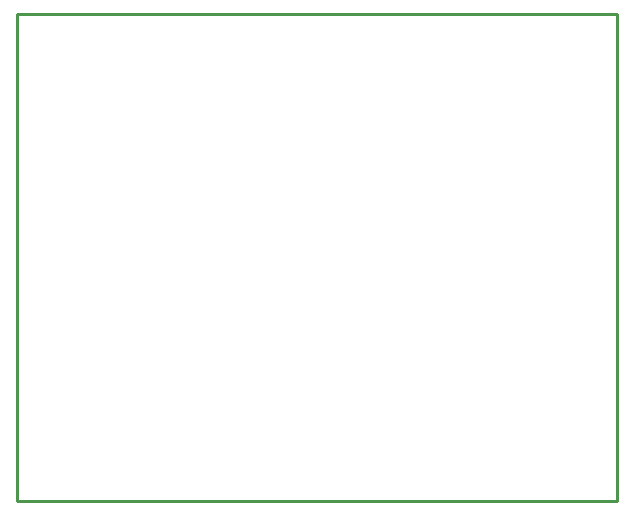
<source format=gm1>
%FSLAX44Y44*%
%MOMM*%
G71*
G01*
G75*
G04 Layer_Color=16711935*
%ADD10R,0.8000X0.3250*%
%ADD11R,0.3250X0.8000*%
%ADD12R,2.8000X2.8000*%
%ADD13O,0.3500X1.7000*%
%ADD14R,1.4000X1.0000*%
%ADD15C,0.3000*%
%ADD16C,0.4000*%
%ADD17C,0.6000*%
%ADD18C,0.2500*%
%ADD19C,0.5000*%
%ADD20C,1.0000*%
%ADD21C,0.2032*%
%ADD22C,1.8000*%
%ADD23O,1.8000X2.2000*%
%ADD24R,2.5400X1.2700*%
%ADD25O,2.5400X1.2700*%
%ADD26C,1.2000*%
%ADD27C,1.5000*%
%ADD28C,1.3000*%
%ADD29R,1.5000X1.5000*%
%ADD30C,1.6500*%
%ADD31R,1.6500X1.6500*%
%ADD32C,0.7000*%
%ADD33C,0.6600*%
%ADD34R,1.5000X1.3000*%
%ADD35R,0.6500X2.1000*%
%ADD36R,1.3000X1.5000*%
%ADD37R,1.6000X1.3000*%
%ADD38R,1.3000X1.6000*%
%ADD39C,0.2540*%
%ADD40R,1.1000X0.6250*%
%ADD41R,0.6250X1.1000*%
%ADD42R,3.0032X3.0032*%
%ADD43O,0.5532X1.9032*%
%ADD44R,1.6032X1.2032*%
%ADD45C,2.0032*%
%ADD46O,2.0032X2.4032*%
%ADD47R,2.7432X1.4732*%
%ADD48O,2.7432X1.4732*%
%ADD49C,1.4032*%
%ADD50C,1.7032*%
%ADD51C,1.5032*%
%ADD52R,1.7032X1.7032*%
%ADD53C,1.8532*%
%ADD54R,1.8532X1.8532*%
%ADD55R,1.7032X1.5032*%
%ADD56R,0.8532X2.3032*%
%ADD57R,1.5032X1.7032*%
%ADD58R,1.8032X1.5032*%
%ADD59R,1.5032X1.8032*%
D39*
X400768Y1302136D02*
X909518D01*
X400768Y889636D02*
Y1302136D01*
Y889636D02*
X909518D01*
Y1302136D01*
M02*

</source>
